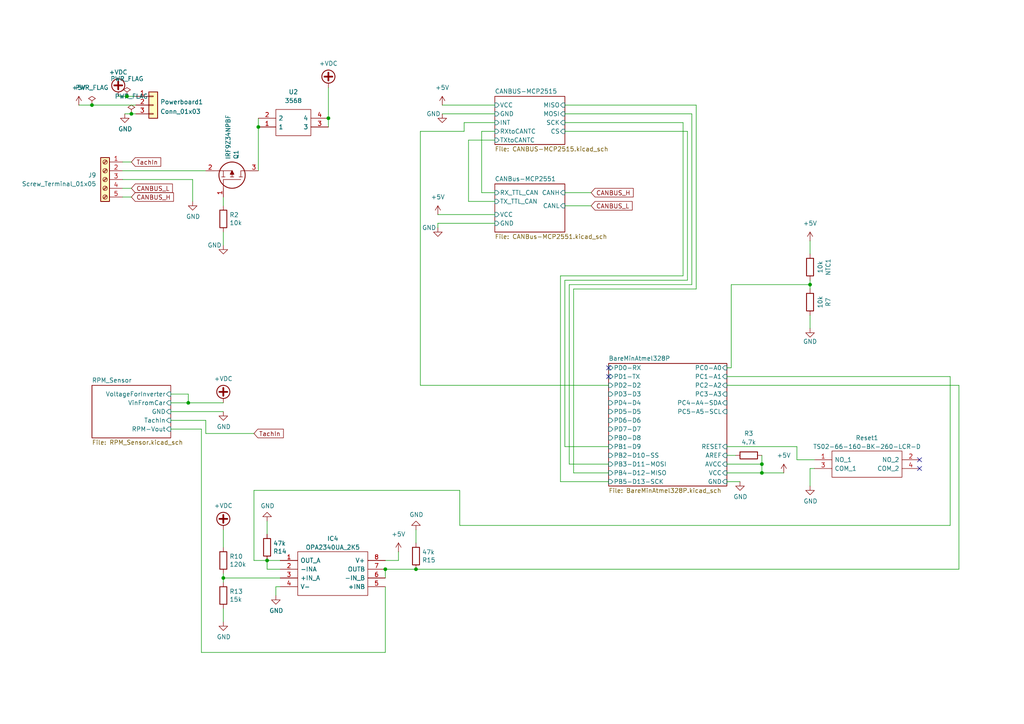
<source format=kicad_sch>
(kicad_sch (version 20231120) (generator "eeschema") (generator_version "8.0")
  (paper "A4")
  (lib_symbols
    (symbol "Connector:Screw_Terminal_01x05" (pin_names (offset 1.016) hide)
      (property "Reference" "J" (at 0 7.62 0))
      (property "Value" "Screw_Terminal_01x05" (at 0 -7.62 0))
      (symbol "Screw_Terminal_01x05_1_1"
        (rectangle (start -1.27 6.35) (end 1.27 -6.35) (stroke (width 0.254)) (fill (type background)))
        (circle (center 0 -5.08) (radius 0.635) (stroke (width 0.1524)))
        (circle (center 0 -2.54) (radius 0.635) (stroke (width 0.1524)))
        (polyline (pts (xy -0.5334 -4.7498) (xy 0.3302 -5.588)) (stroke (width 0.1524)))
        (polyline (pts (xy -0.5334 -2.2098) (xy 0.3302 -3.048)) (stroke (width 0.1524)))
        (polyline (pts (xy -0.5334 0.3302) (xy 0.3302 -0.508)) (stroke (width 0.1524)))
        (polyline (pts (xy -0.5334 2.8702) (xy 0.3302 2.032)) (stroke (width 0.1524)))
        (polyline (pts (xy -0.5334 5.4102) (xy 0.3302 4.572)) (stroke (width 0.1524)))
        (polyline (pts (xy -0.3556 -4.572) (xy 0.508 -5.4102)) (stroke (width 0.1524)))
        (polyline (pts (xy -0.3556 -2.032) (xy 0.508 -2.8702)) (stroke (width 0.1524)))
        (polyline (pts (xy -0.3556 0.508) (xy 0.508 -0.3302)) (stroke (width 0.1524)))
        (polyline (pts (xy -0.3556 3.048) (xy 0.508 2.2098)) (stroke (width 0.1524)))
        (polyline (pts (xy -0.3556 5.588) (xy 0.508 4.7498)) (stroke (width 0.1524)))
        (circle (center 0 0) (radius 0.635) (stroke (width 0.1524)))
        (circle (center 0 2.54) (radius 0.635) (stroke (width 0.1524)))
        (circle (center 0 5.08) (radius 0.635) (stroke (width 0.1524)))
        (pin passive line (at -5.08 5.08 0) (length 3.81) (name "Pin_1") (number "1"))
        (pin passive line (at -5.08 2.54 0) (length 3.81) (name "Pin_2") (number "2"))
        (pin passive line (at -5.08 0 0) (length 3.81) (name "Pin_3") (number "3"))
        (pin passive line (at -5.08 -2.54 0) (length 3.81) (name "Pin_4") (number "4"))
        (pin passive line (at -5.08 -5.08 0) (length 3.81) (name "Pin_5") (number "5"))
      )
    )
    (symbol "Connector_Generic:Conn_01x03" (pin_names (offset 1.016) hide)
      (property "Reference" "J" (at 0 5.08 0))
      (property "Value" "Conn_01x03" (at 0 -5.08 0))
      (symbol "Conn_01x03_1_1"
        (rectangle (start -1.27 -2.413) (end 0 -2.667) (stroke (width 0.1524)))
        (rectangle (start -1.27 0.127) (end 0 -0.127) (stroke (width 0.1524)))
        (rectangle (start -1.27 2.667) (end 0 2.413) (stroke (width 0.1524)))
        (rectangle (start -1.27 3.81) (end 1.27 -3.81) (stroke (width 0.254)) (fill (type background)))
        (pin passive line (at -5.08 2.54 0) (length 3.81) (name "Pin_1") (number "1"))
        (pin passive line (at -5.08 0 0) (length 3.81) (name "Pin_2") (number "2"))
        (pin passive line (at -5.08 -2.54 0) (length 3.81) (name "Pin_3") (number "3"))
      )
    )
    (symbol "Device:R" (pin_numbers hide) (pin_names (offset 0))
      (property "Reference" "R" (at 2.032 0 90))
      (property "Value" "R" (at 0 0 90))
      (symbol "R_0_1"
        (rectangle (start -1.016 -2.54) (end 1.016 2.54) (stroke (width 0.254)))
      )
      (symbol "R_1_1"
        (pin passive line (at 0 3.81 270) (length 1.27) (name "~") (number "1"))
        (pin passive line (at 0 -3.81 90) (length 1.27) (name "~") (number "2"))
      )
    )
    (symbol "SamacSys_Parts:3568" (pin_names (offset 0.762))
      (property "Reference" "U" (at 16.51 7.62 0))
      (property "Value" "3568" (at 16.51 5.08 0))
      (symbol "3568_0_0"
        (pin passive line (at 0 -2.54 0) (length 5.08) (name "1") (number "1"))
        (pin passive line (at 0 0 0) (length 5.08) (name "2") (number "2"))
        (pin passive line (at 20.32 -2.54 180) (length 5.08) (name "3") (number "3"))
        (pin passive line (at 20.32 0 180) (length 5.08) (name "4") (number "4"))
      )
      (symbol "3568_0_1"
        (polyline (pts (xy 5.08 2.54) (xy 15.24 2.54) (xy 15.24 -5.08) (xy 5.08 -5.08) (xy 5.08 2.54)) (stroke (width 0.1524)))
      )
    )
    (symbol "SamacSys_Parts:IRF9Z34NPBF" (pin_names (offset 0.762))
      (property "Reference" "Q" (at 11.43 3.81 0))
      (property "Value" "SamacSys_Parts_IRF9Z34NPBF" (at 11.43 1.27 0))
      (symbol "IRF9Z34NPBF_0_0"
        (pin passive line (at 0 0 0) (length 2.54) (name "~") (number "1"))
        (pin passive line (at 7.62 -5.08 90) (length 2.54) (name "~") (number "2"))
        (pin passive line (at 7.62 10.16 270) (length 2.54) (name "~") (number "3"))
      )
      (symbol "IRF9Z34NPBF_0_1"
        (polyline (pts (xy 5.842 -0.508) (xy 5.842 0.508)) (stroke (width 0.1524)))
        (polyline (pts (xy 5.842 0) (xy 7.62 0)) (stroke (width 0.1524)))
        (polyline (pts (xy 5.842 2.032) (xy 5.842 3.048)) (stroke (width 0.1524)))
        (polyline (pts (xy 5.842 5.588) (xy 5.842 4.572)) (stroke (width 0.1524)))
        (polyline (pts (xy 7.62 2.54) (xy 5.842 2.54)) (stroke (width 0.1524)))
        (polyline (pts (xy 7.62 2.54) (xy 7.62 -2.54)) (stroke (width 0.1524)))
        (polyline (pts (xy 7.62 5.08) (xy 5.842 5.08)) (stroke (width 0.1524)))
        (polyline (pts (xy 7.62 5.08) (xy 7.62 7.62)) (stroke (width 0.1524)))
        (polyline (pts (xy 2.54 0) (xy 5.08 0) (xy 5.08 5.08)) (stroke (width 0.1524)))
        (polyline (pts (xy 7.62 2.54) (xy 6.604 3.048) (xy 6.604 2.032) (xy 7.62 2.54)) (stroke (width 0.254)) (fill (type outline)))
        (circle (center 6.35 2.54) (radius 3.81) (stroke (width 0.254)))
      )
    )
    (symbol "SamacSys_Parts:OPA2340UA_2K5" (pin_names (offset 0.762))
      (property "Reference" "IC" (at 26.67 7.62 0))
      (property "Value" "OPA2340UA_2K5" (at 26.67 5.08 0))
      (symbol "OPA2340UA_2K5_0_0"
        (pin passive line (at 0 0 0) (length 5.08) (name "OUT_A") (number "1"))
        (pin passive line (at 0 -2.54 0) (length 5.08) (name "-INA") (number "2"))
        (pin passive line (at 0 -5.08 0) (length 5.08) (name "+IN_A") (number "3"))
        (pin passive line (at 0 -7.62 0) (length 5.08) (name "V-") (number "4"))
        (pin passive line (at 30.48 -7.62 180) (length 5.08) (name "+INB") (number "5"))
        (pin passive line (at 30.48 -5.08 180) (length 5.08) (name "-IN_B") (number "6"))
        (pin passive line (at 30.48 -2.54 180) (length 5.08) (name "OUTB") (number "7"))
        (pin passive line (at 30.48 0 180) (length 5.08) (name "V+") (number "8"))
      )
      (symbol "OPA2340UA_2K5_0_1"
        (polyline (pts (xy 5.08 2.54) (xy 25.4 2.54) (xy 25.4 -10.16) (xy 5.08 -10.16) (xy 5.08 2.54)) (stroke (width 0.1524)))
      )
    )
    (symbol "SamacSys_Parts:TS02-66-160-BK-260-LCR-D" (pin_names (offset 0.762))
      (property "Reference" "S" (at 26.67 7.62 0))
      (property "Value" "TS02-66-160-BK-260-LCR-D" (at 26.67 5.08 0))
      (symbol "TS02-66-160-BK-260-LCR-D_0_0"
        (pin passive line (at 0 0 0) (length 5.08) (name "NO_1") (number "1"))
        (pin passive line (at 30.48 0 180) (length 5.08) (name "NO_2") (number "2"))
        (pin passive line (at 0 -2.54 0) (length 5.08) (name "COM_1") (number "3"))
        (pin passive line (at 30.48 -2.54 180) (length 5.08) (name "COM_2") (number "4"))
      )
      (symbol "TS02-66-160-BK-260-LCR-D_0_1"
        (polyline (pts (xy 5.08 2.54) (xy 25.4 2.54) (xy 25.4 -5.08) (xy 5.08 -5.08) (xy 5.08 2.54)) (stroke (width 0.1524)))
      )
    )
    (symbol "power:+5V" (power) (pin_numbers hide) (pin_names (offset 0) hide)
      (property "Value" "+5V" (at 0 3.556 0))
      (symbol "+5V_0_1"
        (polyline (pts (xy -0.762 1.27) (xy 0 2.54)))
        (polyline (pts (xy 0 0) (xy 0 2.54)))
        (polyline (pts (xy 0 2.54) (xy 0.762 1.27)))
      )
      (symbol "+5V_1_1"
        (pin power_in line (at 0 0 90) (length 0) (name "~") (number "1"))
      )
    )
    (symbol "power:+VDC" (power) (pin_names (offset 0))
      (property "Value" "+VDC" (at 0 6.35 0))
      (symbol "+VDC_0_1"
        (polyline (pts (xy -1.143 3.175) (xy 1.143 3.175)) (stroke (width 0.508)))
        (polyline (pts (xy 0 0) (xy 0 1.27)))
        (polyline (pts (xy 0 2.032) (xy 0 4.318)) (stroke (width 0.508)))
        (circle (center 0 3.175) (radius 1.905) (stroke (width 0.254)))
      )
      (symbol "+VDC_1_1"
        (pin power_in line (at 0 0 90) (length 0) hide (name "+VDC") (number "1"))
      )
    )
    (symbol "power:GND" (power) (pin_names (offset 0))
      (property "Value" "GND" (at 0 -3.81 0))
      (symbol "GND_0_1"
        (polyline (pts (xy 0 0) (xy 0 -1.27) (xy 1.27 -1.27) (xy 0 -2.54) (xy -1.27 -1.27) (xy 0 -1.27)))
      )
      (symbol "GND_1_1"
        (pin power_in line (at 0 0 270) (length 0) hide (name "GND") (number "1"))
      )
    )
    (symbol "power:PWR_FLAG" (power) (pin_numbers hide) (pin_names (offset 0) hide)
      (property "Value" "PWR_FLAG" (at 0 3.81 0))
      (symbol "PWR_FLAG_0_0"
        (pin power_out line (at 0 0 90) (length 0) (name "~") (number "1"))
      )
      (symbol "PWR_FLAG_0_1"
        (polyline (pts (xy 0 0) (xy 0 1.27) (xy -1.016 1.905) (xy 0 2.54) (xy 1.016 1.905) (xy 0 1.27)))
      )
    )
  )
  (junction (at 95.25 34.29))
  (junction (at 111.76 165.1))
  (junction (at 54.61 116.84))
  (junction (at 74.93 36.83))
  (junction (at 234.95 82.55))
  (junction (at 38.1 33.02))
  (junction (at 64.77 167.64))
  (junction (at 36.83 27.94))
  (junction (at 77.47 162.56))
  (junction (at 220.98 134.62))
  (junction (at 26.67 30.48))
  (junction (at 220.98 137.16))
  (junction (at 120.65 165.1))
  (no_connect (at 176.53 106.68))
  (no_connect (at 176.53 109.22))
  (no_connect (at 266.7 135.89))
  (no_connect (at 266.7 133.35))
  (wire (pts (xy 34.29 27.94) (xy 36.83 27.94)))
  (wire (pts (xy 35.56 52.07) (xy 55.88 52.07)))
  (wire (pts (xy 128.27 33.02) (xy 143.51 33.02)))
  (wire (pts (xy 81.28 167.64) (xy 64.77 167.64)))
  (wire (pts (xy 231.14 129.54) (xy 231.14 133.35)))
  (wire (pts (xy 176.53 111.76) (xy 121.92 111.76)))
  (wire (pts (xy 26.67 30.48) (xy 39.37 30.48)))
  (wire (pts (xy 176.53 129.54) (xy 163.83 129.54)))
  (wire (pts (xy 212.09 106.68) (xy 212.09 82.55)))
  (wire (pts (xy 200.66 33.02) (xy 200.66 82.55)))
  (wire (pts (xy 275.59 152.4) (xy 133.35 152.4)))
  (wire (pts (xy 234.95 82.55) (xy 234.95 83.82)))
  (wire (pts (xy 234.95 135.89) (xy 234.95 140.97)))
  (wire (pts (xy 143.51 64.77) (xy 127 64.77)))
  (wire (pts (xy 278.13 165.1) (xy 278.13 111.76)))
  (wire (pts (xy 55.88 58.42) (xy 55.88 52.07)))
  (wire (pts (xy 234.95 81.28) (xy 234.95 82.55)))
  (wire (pts (xy 49.53 121.92) (xy 59.69 121.92)))
  (wire (pts (xy 210.82 139.7) (xy 214.63 139.7)))
  (wire (pts (xy 210.82 111.76) (xy 278.13 111.76)))
  (wire (pts (xy 49.53 114.3) (xy 54.61 114.3)))
  (wire (pts (xy 139.7 38.1) (xy 143.51 38.1)))
  (wire (pts (xy 163.83 81.28) (xy 199.39 81.28)))
  (wire (pts (xy 127 62.23) (xy 143.51 62.23)))
  (wire (pts (xy 198.12 35.56) (xy 163.83 35.56)))
  (wire (pts (xy 163.83 129.54) (xy 163.83 81.28)))
  (wire (pts (xy 210.82 132.08) (xy 213.36 132.08)))
  (wire (pts (xy 128.27 30.48) (xy 143.51 30.48)))
  (wire (pts (xy 220.98 137.16) (xy 227.33 137.16)))
  (wire (pts (xy 74.93 34.29) (xy 74.93 36.83)))
  (wire (pts (xy 95.25 34.29) (xy 95.25 36.83)))
  (wire (pts (xy 198.12 80.01) (xy 198.12 35.56)))
  (wire (pts (xy 210.82 109.22) (xy 275.59 109.22)))
  (wire (pts (xy 35.56 54.61) (xy 38.1 54.61)))
  (wire (pts (xy 121.92 38.1) (xy 134.62 38.1)))
  (wire (pts (xy 77.47 162.56) (xy 73.66 162.56)))
  (wire (pts (xy 127 64.77) (xy 127 66.04)))
  (wire (pts (xy 163.83 33.02) (xy 200.66 33.02)))
  (wire (pts (xy 115.57 162.56) (xy 115.57 160.02)))
  (wire (pts (xy 111.76 189.23) (xy 58.42 189.23)))
  (wire (pts (xy 81.28 165.1) (xy 77.47 165.1)))
  (wire (pts (xy 234.95 91.44) (xy 234.95 95.25)))
  (wire (pts (xy 275.59 109.22) (xy 275.59 152.4)))
  (wire (pts (xy 74.93 36.83) (xy 74.93 49.53)))
  (wire (pts (xy 165.1 82.55) (xy 165.1 134.62)))
  (wire (pts (xy 38.1 57.15) (xy 35.56 57.15)))
  (wire (pts (xy 162.56 80.01) (xy 198.12 80.01)))
  (wire (pts (xy 143.51 55.88) (xy 139.7 55.88)))
  (wire (pts (xy 73.66 142.24) (xy 73.66 162.56)))
  (wire (pts (xy 210.82 106.68) (xy 212.09 106.68)))
  (wire (pts (xy 49.53 116.84) (xy 54.61 116.84)))
  (wire (pts (xy 64.77 167.64) (xy 64.77 168.91)))
  (wire (pts (xy 176.53 139.7) (xy 162.56 139.7)))
  (wire (pts (xy 111.76 162.56) (xy 115.57 162.56)))
  (wire (pts (xy 210.82 129.54) (xy 231.14 129.54)))
  (wire (pts (xy 58.42 189.23) (xy 58.42 124.46)))
  (wire (pts (xy 135.89 40.64) (xy 135.89 58.42)))
  (wire (pts (xy 220.98 134.62) (xy 220.98 137.16)))
  (wire (pts (xy 121.92 111.76) (xy 121.92 38.1)))
  (wire (pts (xy 35.56 46.99) (xy 38.1 46.99)))
  (wire (pts (xy 80.01 170.18) (xy 81.28 170.18)))
  (wire (pts (xy 22.86 30.48) (xy 26.67 30.48)))
  (wire (pts (xy 176.53 137.16) (xy 166.37 137.16)))
  (wire (pts (xy 120.65 157.48) (xy 120.65 153.67)))
  (wire (pts (xy 165.1 134.62) (xy 176.53 134.62)))
  (wire (pts (xy 234.95 69.85) (xy 234.95 73.66)))
  (wire (pts (xy 35.56 49.53) (xy 59.69 49.53)))
  (wire (pts (xy 111.76 167.64) (xy 111.76 165.1)))
  (wire (pts (xy 111.76 165.1) (xy 120.65 165.1)))
  (wire (pts (xy 36.83 27.94) (xy 39.37 27.94)))
  (wire (pts (xy 120.65 165.1) (xy 278.13 165.1)))
  (wire (pts (xy 163.83 59.69) (xy 171.45 59.69)))
  (wire (pts (xy 80.01 172.72) (xy 80.01 170.18)))
  (wire (pts (xy 36.195 33.02) (xy 38.1 33.02)))
  (wire (pts (xy 162.56 139.7) (xy 162.56 80.01)))
  (wire (pts (xy 134.62 35.56) (xy 143.51 35.56)))
  (wire (pts (xy 139.7 55.88) (xy 139.7 38.1)))
  (wire (pts (xy 166.37 137.16) (xy 166.37 83.82)))
  (wire (pts (xy 166.37 83.82) (xy 201.93 83.82)))
  (wire (pts (xy 64.77 67.31) (xy 64.77 71.12)))
  (wire (pts (xy 236.22 135.89) (xy 234.95 135.89)))
  (wire (pts (xy 199.39 81.28) (xy 199.39 38.1)))
  (wire (pts (xy 135.89 58.42) (xy 143.51 58.42)))
  (wire (pts (xy 134.62 38.1) (xy 134.62 35.56)))
  (wire (pts (xy 81.28 162.56) (xy 77.47 162.56)))
  (wire (pts (xy 54.61 116.84) (xy 64.77 116.84)))
  (wire (pts (xy 200.66 82.55) (xy 165.1 82.55)))
  (wire (pts (xy 163.83 30.48) (xy 201.93 30.48)))
  (wire (pts (xy 59.69 121.92) (xy 59.69 125.73)))
  (wire (pts (xy 143.51 40.64) (xy 135.89 40.64)))
  (wire (pts (xy 38.1 33.02) (xy 39.37 33.02)))
  (wire (pts (xy 163.83 55.88) (xy 171.45 55.88)))
  (wire (pts (xy 201.93 83.82) (xy 201.93 30.48)))
  (wire (pts (xy 77.47 154.94) (xy 77.47 151.13)))
  (wire (pts (xy 133.35 152.4) (xy 133.35 142.24)))
  (wire (pts (xy 231.14 133.35) (xy 236.22 133.35)))
  (wire (pts (xy 212.09 82.55) (xy 234.95 82.55)))
  (wire (pts (xy 111.76 170.18) (xy 111.76 189.23)))
  (wire (pts (xy 58.42 124.46) (xy 49.53 124.46)))
  (wire (pts (xy 64.77 59.69) (xy 64.77 57.15)))
  (wire (pts (xy 49.53 119.38) (xy 64.77 119.38)))
  (wire (pts (xy 210.82 134.62) (xy 220.98 134.62)))
  (wire (pts (xy 64.77 158.75) (xy 64.77 153.67)))
  (wire (pts (xy 220.98 132.08) (xy 220.98 134.62)))
  (wire (pts (xy 64.77 176.53) (xy 64.77 180.34)))
  (wire (pts (xy 133.35 142.24) (xy 73.66 142.24)))
  (wire (pts (xy 59.69 125.73) (xy 73.66 125.73)))
  (wire (pts (xy 95.25 25.4) (xy 95.25 34.29)))
  (wire (pts (xy 210.82 137.16) (xy 220.98 137.16)))
  (wire (pts (xy 77.47 165.1) (xy 77.47 162.56)))
  (wire (pts (xy 54.61 114.3) (xy 54.61 116.84)))
  (wire (pts (xy 199.39 38.1) (xy 163.83 38.1)))
  (wire (pts (xy 64.77 166.37) (xy 64.77 167.64)))
  (global_label "CANBUS_H" (shape input) (at 38.1 57.15 0) (property "Intersheetrefs" "${INTERSHEET_REFS}" (effects (hide yes))))
  (global_label "TachIn" (shape input) (at 38.1 46.99 0) (property "Intersheetrefs" "${INTERSHEET_REFS}" (effects (hide yes))))
  (global_label "CANBUS_H" (shape input) (at 171.45 55.88 0) (property "Intersheetrefs" "${INTERSHEET_REFS}" (effects (hide yes))))
  (global_label "TachIn" (shape input) (at 73.66 125.73 0) (property "Intersheetrefs" "${INTERSHEET_REFS}" (effects (hide yes))))
  (global_label "CANBUS_L" (shape input) (at 171.45 59.69 0) (property "Intersheetrefs" "${INTERSHEET_REFS}" (effects (hide yes))))
  (global_label "CANBUS_L" (shape input) (at 38.1 54.61 0) (property "Intersheetrefs" "${INTERSHEET_REFS}" (effects (hide yes))))
  (symbol (lib_id "Device:R") (at 64.77 162.56 0) (unit 1)
    (property "Reference" "R10" (at 66.548 161.3916 0) (effects (justify left)))
    (property "Value" "120k" (at 66.548 163.703 0) (effects (justify left)))
    (property "Footprint" "Resistor_SMD:R_1206_3216Metric_Pad1.30x1.75mm_HandSolder" (effects (hide yes)))
  )
  (symbol (lib_id "Device:R") (at 77.47 158.75 0) (mirror x) (unit 1)
    (property "Reference" "R14" (at 79.248 159.9184 0) (effects (justify left)))
    (property "Value" "47k" (at 79.248 157.607 0) (effects (justify left)))
    (property "Footprint" "Resistor_SMD:R_1206_3216Metric_Pad1.30x1.75mm_HandSolder" (effects (hide yes)))
  )
  (symbol (lib_id "Device:R") (at 64.77 172.72 0) (unit 1)
    (property "Reference" "R13" (at 66.548 171.5516 0) (effects (justify left)))
    (property "Value" "15k" (at 66.548 173.863 0) (effects (justify left)))
    (property "Footprint" "Resistor_SMD:R_1206_3216Metric_Pad1.30x1.75mm_HandSolder" (effects (hide yes)))
  )
  (symbol (lib_id "power:+5V") (at 22.86 30.48 0) (unit 1)
    (property "Reference" "#PWR04" (effects (hide yes)))
    (property "Value" "+5V" (at 22.86 25.4 0))
    (property "Description" "Power symbol creates a global label with name \"+5V\"" (effects (hide yes)))
  )
  (symbol (lib_id "power:+VDC") (at 64.77 116.84 0) (unit 1)
    (property "Reference" "#PWR017" (effects (hide yes)))
    (property "Value" "+VDC" (at 64.77 109.855 0))
  )
  (symbol (lib_id "SamacSys_Parts:IRF9Z34NPBF") (at 64.77 57.15 270) (mirror x) (unit 1)
    (property "Reference" "Q1" (at 68.4784 46.228 0) (effects (justify left)))
    (property "Value" "IRF9Z34NPBF" (at 66.167 46.228 0) (effects (justify left)))
    (property "Footprint" "SamacSys_Parts:TO254P469X1042X1967-3P" (effects (hide yes)))
    (property "Datasheet" "https://www.infineon.com/dgdl/irf9z34npbf.pdf?fileId=5546d462533600a40153561220af1ddd" (effects (hide yes)))
    (property "Description" "MOSFET MOSFT PCh -55V -17A 100mOhm 23.3nC" (effects (hide yes)))
    (property "Height" "4.69" (effects (hide yes)))
    (property "Mouser Part Number" "942-IRF9Z34NPBF" (effects (hide yes)))
    (property "Mouser Price/Stock" "https://www.mouser.co.uk/ProductDetail/Infineon-IR/IRF9Z34NPBF?qs=9%252BKlkBgLFf16a%2FvlD%252BMCtQ%3D%3D" (effects (hide yes)))
    (property "Manufacturer_Name" "Infineon" (effects (hide yes)))
    (property "Manufacturer_Part_Number" "IRF9Z34NPBF" (effects (hide yes)))
  )
  (symbol (lib_id "power:PWR_FLAG") (at 36.83 27.94 0) (unit 1)
    (property "Reference" "#FLG02" (effects (hide yes)))
    (property "Value" "PWR_FLAG" (at 36.83 22.86 0))
    (property "Description" "Special symbol for telling ERC where power comes from" (effects (hide yes)))
  )
  (symbol (lib_id "SamacSys_Parts:OPA2340UA_2K5") (at 81.28 162.56 0) (unit 1)
    (property "Reference" "IC4" (at 96.52 156.21 0))
    (property "Value" "OPA2340UA_2K5" (at 96.52 158.75 0))
    (property "Footprint" "SamacSys_Parts:SOIC127P600X175-8N" (effects (hide yes)))
    (property "Datasheet" "http://www.ti.com/lit/gpn/opa2340" (effects (hide yes)))
    (property "Description" "Single-Supply, Rail-to-Rail Operational Amplifiers MicroAmplifier Series" (effects (hide yes)))
    (property "Height" "1.75" (effects (hide yes)))
    (property "Mouser Part Number" "595-OPA2340UA/2K5" (effects (hide yes)))
    (property "Mouser Price/Stock" "https://www.mouser.co.uk/ProductDetail/Texas-Instruments/OPA2340UA-2K5?qs=7nS3%252BbEUL6sUfjelNiiypQ%3D%3D" (effects (hide yes)))
    (property "Manufacturer_Name" "Texas Instruments" (effects (hide yes)))
    (property "Manufacturer_Part_Number" "OPA2340UA/2K5" (effects (hide yes)))
  )
  (symbol (lib_id "power:+VDC") (at 34.29 27.94 0) (unit 1)
    (property "Reference" "#PWR05" (effects (hide yes)))
    (property "Value" "+VDC" (at 34.29 20.955 0))
  )
  (symbol (lib_id "SamacSys_Parts:TS02-66-160-BK-260-LCR-D") (at 236.22 133.35 0) (unit 1)
    (property "Reference" "Reset1" (at 251.46 127 0))
    (property "Value" "TS02-66-160-BK-260-LCR-D" (at 251.46 129.54 0))
    (property "Footprint" "SamacSys_Parts:TS0266160BK260LCRD" (effects (hide yes)))
    (property "Datasheet" "https://www.cuidevices.com/product/resource/ts02.pdf" (effects (hide yes)))
    (property "Description" "Tactile Switches 6 x 6 mm, 16 mm Act Height, 260 gf, Black, Long Crimped, Through Hole, SPST," (effects (hide yes)))
    (property "Height" "16.2" (effects (hide yes)))
    (property "Mouser Part Number" "179-TS0266160BK260LC" (effects (hide yes)))
    (property "Mouser Price/Stock" "https://www.mouser.co.uk/ProductDetail/CUI-Devices/TS02-66-160-BK-260-LCR-D?qs=A6eO%252BMLsxmR2iSh4nOToMQ%3D%3D" (effects (hide yes)))
    (property "Manufacturer_Name" "CUI Devices" (effects (hide yes)))
    (property "Manufacturer_Part_Number" "TS02-66-160-BK-260-LCR-D" (effects (hide yes)))
  )
  (symbol (lib_id "power:GND") (at 234.95 140.97 0) (unit 1)
    (property "Reference" "#PWR016" (effects (hide yes)))
    (property "Value" "GND" (at 235.077 145.3642 0))
  )
  (symbol (lib_id "Device:R") (at 120.65 161.29 0) (mirror x) (unit 1)
    (property "Reference" "R15" (at 122.428 162.4584 0) (effects (justify left)))
    (property "Value" "47k" (at 122.428 160.147 0) (effects (justify left)))
    (property "Footprint" "Resistor_SMD:R_1206_3216Metric_Pad1.30x1.75mm_HandSolder" (effects (hide yes)))
  )
  (symbol (lib_id "power:+5V") (at 127 62.23 0) (unit 1)
    (property "Reference" "#PWR09" (effects (hide yes)))
    (property "Value" "+5V" (at 127 57.15 0))
    (property "Description" "Power symbol creates a global label with name \"+5V\"" (effects (hide yes)))
  )
  (symbol (lib_id "power:GND") (at 80.01 172.72 0) (unit 1)
    (property "Reference" "#PWR024" (effects (hide yes)))
    (property "Value" "GND" (at 80.137 177.1142 0))
  )
  (symbol (lib_id "power:PWR_FLAG") (at 38.1 33.02 0) (unit 1)
    (property "Reference" "#FLG03" (effects (hide yes)))
    (property "Value" "PWR_FLAG" (at 38.1 27.94 0))
    (property "Description" "Special symbol for telling ERC where power comes from" (effects (hide yes)))
  )
  (symbol (lib_id "power:GND") (at 36.195 33.02 0) (unit 1)
    (property "Reference" "#PWR06" (effects (hide yes)))
    (property "Value" "GND" (at 36.322 37.4142 0))
  )
  (symbol (lib_id "power:+5V") (at 115.57 160.02 0) (unit 1)
    (property "Reference" "#PWR018" (effects (hide yes)))
    (property "Value" "+5V" (at 115.57 154.94 0))
    (property "Description" "Power symbol creates a global label with name \"+5V\"" (effects (hide yes)))
  )
  (symbol (lib_id "power:GND") (at 64.77 119.38 0) (unit 1)
    (property "Reference" "#PWR015" (effects (hide yes)))
    (property "Value" "GND" (at 64.897 123.7742 0))
  )
  (symbol (lib_id "power:PWR_FLAG") (at 26.67 30.48 0) (unit 1)
    (property "Reference" "#FLG01" (effects (hide yes)))
    (property "Value" "PWR_FLAG" (at 26.67 25.4 0))
    (property "Description" "Special symbol for telling ERC where power comes from" (effects (hide yes)))
  )
  (symbol (lib_id "Device:R") (at 64.77 63.5 0) (unit 1)
    (property "Reference" "R2" (at 66.548 62.3316 0) (effects (justify left)))
    (property "Value" "10k" (at 66.548 64.643 0) (effects (justify left)))
    (property "Footprint" "Resistor_SMD:R_1206_3216Metric_Pad1.30x1.75mm_HandSolder" (effects (hide yes)))
  )
  (symbol (lib_id "power:+VDC") (at 64.77 153.67 0) (unit 1)
    (property "Reference" "#PWR020" (effects (hide yes)))
    (property "Value" "+VDC" (at 64.77 146.685 0))
  )
  (symbol (lib_id "power:GND") (at 55.88 58.42 0) (unit 1)
    (property "Reference" "#PWR01" (effects (hide yes)))
    (property "Value" "GND" (at 56.007 62.8142 0))
  )
  (symbol (lib_id "Connector_Generic:Conn_01x03") (at 44.45 30.48 0) (unit 1)
    (property "Reference" "Powerboard1" (at 46.482 29.5715 0) (effects (justify left)))
    (property "Value" "Conn_01x03" (at 46.482 32.3466 0) (effects (justify left)))
    (property "Footprint" "Connector_PinHeader_2.54mm:PinHeader_1x03_P2.54mm_Vertical" (effects (hide yes)))
  )
  (symbol (lib_id "power:GND") (at 128.27 33.02 0) (unit 1)
    (property "Reference" "#PWR011" (effects (hide yes)))
    (property "Value" "GND" (at 125.73 33.02 0))
  )
  (symbol (lib_id "power:GND") (at 120.65 153.67 0) (mirror x) (unit 1)
    (property "Reference" "#PWR027" (effects (hide yes)))
    (property "Value" "GND" (at 120.777 149.2758 0))
  )
  (symbol (lib_id "power:GND") (at 77.47 151.13 0) (mirror x) (unit 1)
    (property "Reference" "#PWR023" (effects (hide yes)))
    (property "Value" "GND" (at 77.597 146.7358 0))
  )
  (symbol (lib_id "Connector:Screw_Terminal_01x05") (at 30.48 52.07 0) (mirror y) (unit 1)
    (property "Reference" "J9" (at 27.94 50.7999 0) (effects (justify left)))
    (property "Value" "Screw_Terminal_01x05" (at 27.94 53.3399 0) (effects (justify left)))
    (property "Footprint" "TerminalBlock_Phoenix:TerminalBlock_Phoenix_MPT-0,5-5-2.54_1x05_P2.54mm_Horizontal" (effects (hide yes)))
    (property "Description" "Generic screw terminal, single row, 01x05, script generated (kicad-library-utils/schlib/autogen/connector/)" (effects (hide yes)))
  )
  (symbol (lib_id "Device:R") (at 217.17 132.08 90) (unit 1)
    (property "Reference" "R3" (at 217.17 125.73 90))
    (property "Value" "4.7k" (at 217.17 128.27 90))
    (property "Footprint" "Resistor_SMD:R_1206_3216Metric_Pad1.30x1.75mm_HandSolder" (effects (hide yes)))
    (property "Description" "Resistor" (effects (hide yes)))
  )
  (symbol (lib_id "SamacSys_Parts:3568") (at 74.93 34.29 0) (unit 1)
    (property "Reference" "U2" (at 85.09 26.67 0))
    (property "Value" "3568" (at 85.09 29.21 0))
    (property "Footprint" "SamacSys_Parts:3568" (effects (hide yes)))
    (property "Description" "Fuse Holder 30A 500V 1 Circuit Blade Through Hole" (effects (hide yes)))
    (property "Height" "7.5" (effects (hide yes)))
    (property "Mouser Part Number" "534-3568" (effects (hide yes)))
    (property "Mouser Price/Stock" "https://www.mouser.co.uk/ProductDetail/Keystone-Electronics/3568?qs=fP5bVVCrK%2Fd7nbA%2FPpwnKw%3D%3D" (effects (hide yes)))
    (property "Manufacturer_Name" "Keystone Electronics" (effects (hide yes)))
    (property "Manufacturer_Part_Number" "3568" (effects (hide yes)))
  )
  (symbol (lib_id "power:GND") (at 234.95 95.25 0) (unit 1)
    (property "Reference" "#PWR013" (effects (hide yes)))
    (property "Value" "GND" (at 234.95 99.06 0))
  )
  (symbol (lib_id "power:GND") (at 64.77 71.12 0) (unit 1)
    (property "Reference" "#PWR02" (effects (hide yes)))
    (property "Value" "GND" (at 62.23 71.12 0))
  )
  (symbol (lib_id "Device:R") (at 234.95 87.63 180) (unit 1)
    (property "Reference" "R7" (at 240.2078 87.63 90))
    (property "Value" "10k" (at 237.8964 87.63 90))
    (property "Footprint" "Resistor_SMD:R_1206_3216Metric_Pad1.30x1.75mm_HandSolder" (effects (hide yes)))
  )
  (symbol (lib_id "power:+5V") (at 227.33 137.16 0) (unit 1)
    (property "Reference" "#PWR08" (effects (hide yes)))
    (property "Value" "+5V" (at 227.33 132.08 0))
    (property "Description" "Power symbol creates a global label with name \"+5V\"" (effects (hide yes)))
  )
  (symbol (lib_id "power:GND") (at 214.63 139.7 0) (unit 1)
    (property "Reference" "#PWR07" (effects (hide yes)))
    (property "Value" "GND" (at 214.757 144.0942 0))
  )
  (symbol (lib_id "power:+VDC") (at 95.25 25.4 0) (unit 1)
    (property "Reference" "#PWR03" (effects (hide yes)))
    (property "Value" "+VDC" (at 95.25 18.415 0))
  )
  (symbol (lib_id "Device:R") (at 234.95 77.47 180) (unit 1)
    (property "Reference" "NTC1" (at 240.2078 77.47 90))
    (property "Value" "10k" (at 237.8964 77.47 90))
    (property "Footprint" "Resistor_THT:R_Axial_DIN0207_L6.3mm_D2.5mm_P2.54mm_Vertical" (effects (hide yes)))
    (property "Description" "NTC" (effects (hide yes)))
  )
  (symbol (lib_id "power:GND") (at 64.77 180.34 0) (unit 1)
    (property "Reference" "#PWR021" (effects (hide yes)))
    (property "Value" "GND" (at 64.897 184.7342 0))
  )
  (symbol (lib_id "power:GND") (at 127 66.04 0) (unit 1)
    (property "Reference" "#PWR010" (effects (hide yes)))
    (property "Value" "GND" (at 124.46 66.04 0))
  )
  (symbol (lib_id "power:+5V") (at 128.27 30.48 0) (unit 1)
    (property "Reference" "#PWR012" (effects (hide yes)))
    (property "Value" "+5V" (at 128.27 25.4 0))
    (property "Description" "Power symbol creates a global label with name \"+5V\"" (effects (hide yes)))
  )
  (symbol (lib_id "power:+5V") (at 234.95 69.85 0) (unit 1)
    (property "Reference" "#PWR014" (effects (hide yes)))
    (property "Value" "+5V" (at 234.95 64.77 0))
    (property "Description" "Power symbol creates a global label with name \"+5V\"" (effects (hide yes)))
  )
  (sheet (at 143.51 53.34) (size 20.32 13.97) (stroke (width 0.1524))
    (property "Sheetname" "CANBus-MCP2551" (at 143.51 52.6284 0) (effects (justify left bottom)))
    (property "Sheetfile" "CANBus-MCP2551.kicad_sch" (at 143.51 67.8946 0) (effects (justify left top)))
    (pin "GND" input (at 143.51 64.77 180))
    (pin "VCC" input (at 143.51 62.23 180))
    (pin "CANH" input (at 163.83 55.88 0))
    (pin "TX_TTL_CAN" input (at 143.51 58.42 180))
    (pin "CANL" input (at 163.83 59.69 0))
    (pin "RX_TTL_CAN" input (at 143.51 55.88 180))
  )
  (sheet (at 26.67 111.76) (size 22.86 15.24) (stroke (width 0.1524))
    (property "Sheetname" "RPM_Sensor" (at 26.67 111.0484 0) (effects (justify left bottom)))
    (property "Sheetfile" "RPM_Sensor.kicad_sch" (at 26.67 127.5846 0) (effects (justify left top)))
    (pin "VoltageForInverter" input (at 49.53 114.3 0))
    (pin "TachIn" input (at 49.53 121.92 0))
    (pin "RPM-Vout" input (at 49.53 124.46 0))
    (pin "GND" input (at 49.53 119.38 0))
    (pin "VinFromCar" input (at 49.53 116.84 0))
  )
  (sheet (at 143.51 27.94) (size 20.32 13.97) (stroke (width 0.1524))
    (property "Sheetname" "CANBUS-MCP2515" (at 143.51 27.2284 0) (effects (justify left bottom)))
    (property "Sheetfile" "CANBUS-MCP2515.kicad_sch" (at 143.51 42.4946 0) (effects (justify left top)))
    (pin "VCC" input (at 143.51 30.48 180))
    (pin "GND" input (at 143.51 33.02 180))
    (pin "RXtoCANTC" input (at 143.51 38.1 180))
    (pin "TXtoCANTC" input (at 143.51 40.64 180))
    (pin "MISO" input (at 163.83 30.48 0))
    (pin "INT" input (at 143.51 35.56 180))
    (pin "SCK" input (at 163.83 35.56 0))
    (pin "MOSI" input (at 163.83 33.02 0))
    (pin "CS" input (at 163.83 38.1 0))
  )
  (sheet (at 176.53 105.41) (size 34.29 35.56) (stroke (width 0.1524))
    (property "Sheetname" "BareMinAtmel328P" (at 176.53 104.6984 0) (effects (justify left bottom)))
    (property "Sheetfile" "BareMinAtmel328P.kicad_sch" (at 176.53 141.5546 0) (effects (justify left top)))
    (pin "PB3-D11-MOSI" input (at 176.53 134.62 180))
    (pin "PB4-D12-MISO" input (at 176.53 137.16 180))
    (pin "PB2-D10-SS" input (at 176.53 132.08 180))
    (pin "PB5-D13-SCK" input (at 176.53 139.7 180))
    (pin "PB1-D9" input (at 176.53 129.54 180))
    (pin "PB0-D8" input (at 176.53 127 180))
    (pin "PC4-A4-SDA" input (at 210.82 116.84 0))
    (pin "PC2-A2" input (at 210.82 111.76 0))
    (pin "PC3-A3" input (at 210.82 114.3 0))
    (pin "PC5-A5-SCL" input (at 210.82 119.38 0))
    (pin "PC1-A1" input (at 210.82 109.22 0))
    (pin "PC0-A0" input (at 210.82 106.68 0))
    (pin "AVCC" input (at 210.82 134.62 0))
    (pin "VCC" input (at 210.82 137.16 0))
    (pin "PD1-TX" input (at 176.53 109.22 180))
    (pin "PD2-D2" input (at 176.53 111.76 180))
    (pin "PD3-D3" input (at 176.53 114.3 180))
    (pin "PD4-D4" input (at 176.53 116.84 180))
    (pin "PD0-RX" input (at 176.53 106.68 180))
    (pin "GND" input (at 210.82 139.7 0))
    (pin "PD7-D7" input (at 176.53 124.46 180))
    (pin "PD6-D6" input (at 176.53 121.92 180))
    (pin "PD5-D5" input (at 176.53 119.38 180))
    (pin "AREF" input (at 210.82 132.08 0))
    (pin "RESET" input (at 210.82 129.54 0))
  )
)
</source>
